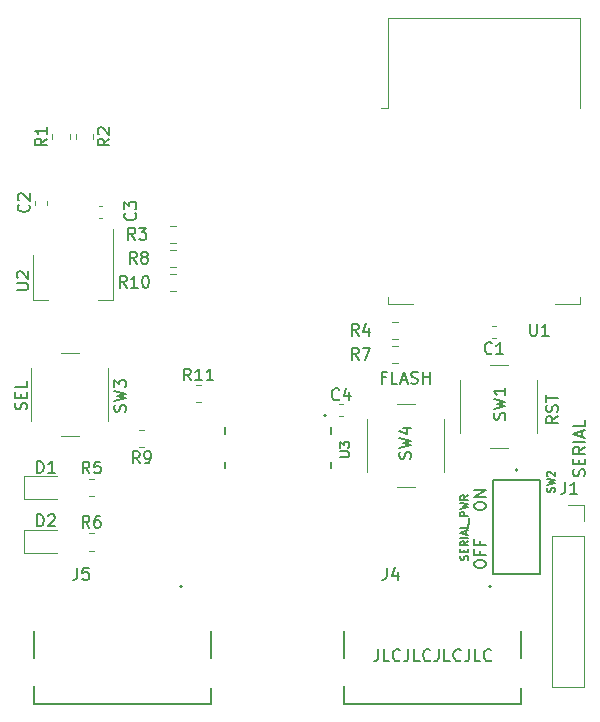
<source format=gbr>
%TF.GenerationSoftware,KiCad,Pcbnew,(6.0.10-0)*%
%TF.CreationDate,2022-12-29T22:01:02-08:00*%
%TF.ProjectId,HDMI-MUX,48444d49-2d4d-4555-982e-6b696361645f,rev?*%
%TF.SameCoordinates,Original*%
%TF.FileFunction,Legend,Top*%
%TF.FilePolarity,Positive*%
%FSLAX46Y46*%
G04 Gerber Fmt 4.6, Leading zero omitted, Abs format (unit mm)*
G04 Created by KiCad (PCBNEW (6.0.10-0)) date 2022-12-29 22:01:02*
%MOMM*%
%LPD*%
G01*
G04 APERTURE LIST*
%ADD10C,0.200000*%
%ADD11C,0.150000*%
%ADD12C,0.120000*%
%ADD13C,0.127000*%
G04 APERTURE END LIST*
D10*
X62190380Y-53451047D02*
X62190380Y-53260571D01*
X62238000Y-53165333D01*
X62333238Y-53070095D01*
X62523714Y-53022476D01*
X62857047Y-53022476D01*
X63047523Y-53070095D01*
X63142761Y-53165333D01*
X63190380Y-53260571D01*
X63190380Y-53451047D01*
X63142761Y-53546285D01*
X63047523Y-53641523D01*
X62857047Y-53689142D01*
X62523714Y-53689142D01*
X62333238Y-53641523D01*
X62238000Y-53546285D01*
X62190380Y-53451047D01*
X63190380Y-52593904D02*
X62190380Y-52593904D01*
X63190380Y-52022476D01*
X62190380Y-52022476D01*
X54054952Y-65492380D02*
X54054952Y-66206666D01*
X54007333Y-66349523D01*
X53912095Y-66444761D01*
X53769238Y-66492380D01*
X53674000Y-66492380D01*
X55007333Y-66492380D02*
X54531142Y-66492380D01*
X54531142Y-65492380D01*
X55912095Y-66397142D02*
X55864476Y-66444761D01*
X55721619Y-66492380D01*
X55626380Y-66492380D01*
X55483523Y-66444761D01*
X55388285Y-66349523D01*
X55340666Y-66254285D01*
X55293047Y-66063809D01*
X55293047Y-65920952D01*
X55340666Y-65730476D01*
X55388285Y-65635238D01*
X55483523Y-65540000D01*
X55626380Y-65492380D01*
X55721619Y-65492380D01*
X55864476Y-65540000D01*
X55912095Y-65587619D01*
X56626380Y-65492380D02*
X56626380Y-66206666D01*
X56578761Y-66349523D01*
X56483523Y-66444761D01*
X56340666Y-66492380D01*
X56245428Y-66492380D01*
X57578761Y-66492380D02*
X57102571Y-66492380D01*
X57102571Y-65492380D01*
X58483523Y-66397142D02*
X58435904Y-66444761D01*
X58293047Y-66492380D01*
X58197809Y-66492380D01*
X58054952Y-66444761D01*
X57959714Y-66349523D01*
X57912095Y-66254285D01*
X57864476Y-66063809D01*
X57864476Y-65920952D01*
X57912095Y-65730476D01*
X57959714Y-65635238D01*
X58054952Y-65540000D01*
X58197809Y-65492380D01*
X58293047Y-65492380D01*
X58435904Y-65540000D01*
X58483523Y-65587619D01*
X59197809Y-65492380D02*
X59197809Y-66206666D01*
X59150190Y-66349523D01*
X59054952Y-66444761D01*
X58912095Y-66492380D01*
X58816857Y-66492380D01*
X60150190Y-66492380D02*
X59674000Y-66492380D01*
X59674000Y-65492380D01*
X61054952Y-66397142D02*
X61007333Y-66444761D01*
X60864476Y-66492380D01*
X60769238Y-66492380D01*
X60626380Y-66444761D01*
X60531142Y-66349523D01*
X60483523Y-66254285D01*
X60435904Y-66063809D01*
X60435904Y-65920952D01*
X60483523Y-65730476D01*
X60531142Y-65635238D01*
X60626380Y-65540000D01*
X60769238Y-65492380D01*
X60864476Y-65492380D01*
X61007333Y-65540000D01*
X61054952Y-65587619D01*
X61769238Y-65492380D02*
X61769238Y-66206666D01*
X61721619Y-66349523D01*
X61626380Y-66444761D01*
X61483523Y-66492380D01*
X61388285Y-66492380D01*
X62721619Y-66492380D02*
X62245428Y-66492380D01*
X62245428Y-65492380D01*
X63626380Y-66397142D02*
X63578761Y-66444761D01*
X63435904Y-66492380D01*
X63340666Y-66492380D01*
X63197809Y-66444761D01*
X63102571Y-66349523D01*
X63054952Y-66254285D01*
X63007333Y-66063809D01*
X63007333Y-65920952D01*
X63054952Y-65730476D01*
X63102571Y-65635238D01*
X63197809Y-65540000D01*
X63340666Y-65492380D01*
X63435904Y-65492380D01*
X63578761Y-65540000D01*
X63626380Y-65587619D01*
X62190380Y-58356380D02*
X62190380Y-58165904D01*
X62238000Y-58070666D01*
X62333238Y-57975428D01*
X62523714Y-57927809D01*
X62857047Y-57927809D01*
X63047523Y-57975428D01*
X63142761Y-58070666D01*
X63190380Y-58165904D01*
X63190380Y-58356380D01*
X63142761Y-58451619D01*
X63047523Y-58546857D01*
X62857047Y-58594476D01*
X62523714Y-58594476D01*
X62333238Y-58546857D01*
X62238000Y-58451619D01*
X62190380Y-58356380D01*
X62666571Y-57165904D02*
X62666571Y-57499238D01*
X63190380Y-57499238D02*
X62190380Y-57499238D01*
X62190380Y-57023047D01*
X62666571Y-56308761D02*
X62666571Y-56642095D01*
X63190380Y-56642095D02*
X62190380Y-56642095D01*
X62190380Y-56165904D01*
D11*
%TO.C,C3*%
X33480392Y-28559916D02*
X33528011Y-28607535D01*
X33575630Y-28750392D01*
X33575630Y-28845630D01*
X33528011Y-28988488D01*
X33432773Y-29083726D01*
X33337535Y-29131345D01*
X33147059Y-29178964D01*
X33004202Y-29178964D01*
X32813726Y-29131345D01*
X32718488Y-29083726D01*
X32623250Y-28988488D01*
X32575630Y-28845630D01*
X32575630Y-28750392D01*
X32623250Y-28607535D01*
X32670869Y-28559916D01*
X32575630Y-28226583D02*
X32575630Y-27607535D01*
X32956583Y-27940869D01*
X32956583Y-27798011D01*
X33004202Y-27702773D01*
X33051821Y-27655154D01*
X33147059Y-27607535D01*
X33385154Y-27607535D01*
X33480392Y-27655154D01*
X33528011Y-27702773D01*
X33575630Y-27798011D01*
X33575630Y-28083726D01*
X33528011Y-28178964D01*
X33480392Y-28226583D01*
%TO.C,C2*%
X24464392Y-27847916D02*
X24512011Y-27895535D01*
X24559630Y-28038392D01*
X24559630Y-28133630D01*
X24512011Y-28276488D01*
X24416773Y-28371726D01*
X24321535Y-28419345D01*
X24131059Y-28466964D01*
X23988202Y-28466964D01*
X23797726Y-28419345D01*
X23702488Y-28371726D01*
X23607250Y-28276488D01*
X23559630Y-28133630D01*
X23559630Y-28038392D01*
X23607250Y-27895535D01*
X23654869Y-27847916D01*
X23654869Y-27466964D02*
X23607250Y-27419345D01*
X23559630Y-27324107D01*
X23559630Y-27086011D01*
X23607250Y-26990773D01*
X23654869Y-26943154D01*
X23750107Y-26895535D01*
X23845345Y-26895535D01*
X23988202Y-26943154D01*
X24559630Y-27514583D01*
X24559630Y-26895535D01*
%TO.C,R1*%
X25999630Y-22257916D02*
X25523440Y-22591250D01*
X25999630Y-22829345D02*
X24999630Y-22829345D01*
X24999630Y-22448392D01*
X25047250Y-22353154D01*
X25094869Y-22305535D01*
X25190107Y-22257916D01*
X25332964Y-22257916D01*
X25428202Y-22305535D01*
X25475821Y-22353154D01*
X25523440Y-22448392D01*
X25523440Y-22829345D01*
X25999630Y-21305535D02*
X25999630Y-21876964D01*
X25999630Y-21591250D02*
X24999630Y-21591250D01*
X25142488Y-21686488D01*
X25237726Y-21781726D01*
X25285345Y-21876964D01*
%TO.C,R2*%
X31309630Y-22247916D02*
X30833440Y-22581250D01*
X31309630Y-22819345D02*
X30309630Y-22819345D01*
X30309630Y-22438392D01*
X30357250Y-22343154D01*
X30404869Y-22295535D01*
X30500107Y-22247916D01*
X30642964Y-22247916D01*
X30738202Y-22295535D01*
X30785821Y-22343154D01*
X30833440Y-22438392D01*
X30833440Y-22819345D01*
X30404869Y-21866964D02*
X30357250Y-21819345D01*
X30309630Y-21724107D01*
X30309630Y-21486011D01*
X30357250Y-21390773D01*
X30404869Y-21343154D01*
X30500107Y-21295535D01*
X30595345Y-21295535D01*
X30738202Y-21343154D01*
X31309630Y-21914583D01*
X31309630Y-21295535D01*
%TO.C,U2*%
X23455380Y-35051904D02*
X24264904Y-35051904D01*
X24360142Y-35004285D01*
X24407761Y-34956666D01*
X24455380Y-34861428D01*
X24455380Y-34670952D01*
X24407761Y-34575714D01*
X24360142Y-34528095D01*
X24264904Y-34480476D01*
X23455380Y-34480476D01*
X23550619Y-34051904D02*
X23503000Y-34004285D01*
X23455380Y-33909047D01*
X23455380Y-33670952D01*
X23503000Y-33575714D01*
X23550619Y-33528095D01*
X23645857Y-33480476D01*
X23741095Y-33480476D01*
X23883952Y-33528095D01*
X24455380Y-34099523D01*
X24455380Y-33480476D01*
%TO.C,D2*%
X25168654Y-55070380D02*
X25168654Y-54070380D01*
X25406750Y-54070380D01*
X25549607Y-54118000D01*
X25644845Y-54213238D01*
X25692464Y-54308476D01*
X25740083Y-54498952D01*
X25740083Y-54641809D01*
X25692464Y-54832285D01*
X25644845Y-54927523D01*
X25549607Y-55022761D01*
X25406750Y-55070380D01*
X25168654Y-55070380D01*
X26121035Y-54165619D02*
X26168654Y-54118000D01*
X26263892Y-54070380D01*
X26501988Y-54070380D01*
X26597226Y-54118000D01*
X26644845Y-54165619D01*
X26692464Y-54260857D01*
X26692464Y-54356095D01*
X26644845Y-54498952D01*
X26073416Y-55070380D01*
X26692464Y-55070380D01*
%TO.C,D1*%
X25168654Y-50550380D02*
X25168654Y-49550380D01*
X25406750Y-49550380D01*
X25549607Y-49598000D01*
X25644845Y-49693238D01*
X25692464Y-49788476D01*
X25740083Y-49978952D01*
X25740083Y-50121809D01*
X25692464Y-50312285D01*
X25644845Y-50407523D01*
X25549607Y-50502761D01*
X25406750Y-50550380D01*
X25168654Y-50550380D01*
X26692464Y-50550380D02*
X26121035Y-50550380D01*
X26406750Y-50550380D02*
X26406750Y-49550380D01*
X26311511Y-49693238D01*
X26216273Y-49788476D01*
X26121035Y-49836095D01*
%TO.C,R6*%
X29618833Y-55190380D02*
X29285500Y-54714190D01*
X29047404Y-55190380D02*
X29047404Y-54190380D01*
X29428357Y-54190380D01*
X29523595Y-54238000D01*
X29571214Y-54285619D01*
X29618833Y-54380857D01*
X29618833Y-54523714D01*
X29571214Y-54618952D01*
X29523595Y-54666571D01*
X29428357Y-54714190D01*
X29047404Y-54714190D01*
X30475976Y-54190380D02*
X30285500Y-54190380D01*
X30190261Y-54238000D01*
X30142642Y-54285619D01*
X30047404Y-54428476D01*
X29999785Y-54618952D01*
X29999785Y-54999904D01*
X30047404Y-55095142D01*
X30095023Y-55142761D01*
X30190261Y-55190380D01*
X30380738Y-55190380D01*
X30475976Y-55142761D01*
X30523595Y-55095142D01*
X30571214Y-54999904D01*
X30571214Y-54761809D01*
X30523595Y-54666571D01*
X30475976Y-54618952D01*
X30380738Y-54571333D01*
X30190261Y-54571333D01*
X30095023Y-54618952D01*
X30047404Y-54666571D01*
X29999785Y-54761809D01*
%TO.C,R5*%
X29618833Y-50590380D02*
X29285500Y-50114190D01*
X29047404Y-50590380D02*
X29047404Y-49590380D01*
X29428357Y-49590380D01*
X29523595Y-49638000D01*
X29571214Y-49685619D01*
X29618833Y-49780857D01*
X29618833Y-49923714D01*
X29571214Y-50018952D01*
X29523595Y-50066571D01*
X29428357Y-50114190D01*
X29047404Y-50114190D01*
X30523595Y-49590380D02*
X30047404Y-49590380D01*
X29999785Y-50066571D01*
X30047404Y-50018952D01*
X30142642Y-49971333D01*
X30380738Y-49971333D01*
X30475976Y-50018952D01*
X30523595Y-50066571D01*
X30571214Y-50161809D01*
X30571214Y-50399904D01*
X30523595Y-50495142D01*
X30475976Y-50542761D01*
X30380738Y-50590380D01*
X30142642Y-50590380D01*
X30047404Y-50542761D01*
X29999785Y-50495142D01*
%TO.C,U3*%
X50825154Y-49174023D02*
X51472773Y-49174023D01*
X51548964Y-49135928D01*
X51587059Y-49097833D01*
X51625154Y-49021642D01*
X51625154Y-48869261D01*
X51587059Y-48793071D01*
X51548964Y-48754976D01*
X51472773Y-48716880D01*
X50825154Y-48716880D01*
X50825154Y-48412119D02*
X50825154Y-47916880D01*
X51129916Y-48183547D01*
X51129916Y-48069261D01*
X51168011Y-47993071D01*
X51206107Y-47954976D01*
X51282297Y-47916880D01*
X51472773Y-47916880D01*
X51548964Y-47954976D01*
X51587059Y-47993071D01*
X51625154Y-48069261D01*
X51625154Y-48297833D01*
X51587059Y-48374023D01*
X51548964Y-48412119D01*
%TO.C,J5*%
X28597666Y-58589380D02*
X28597666Y-59303666D01*
X28550047Y-59446523D01*
X28454809Y-59541761D01*
X28311952Y-59589380D01*
X28216714Y-59589380D01*
X29550047Y-58589380D02*
X29073857Y-58589380D01*
X29026238Y-59065571D01*
X29073857Y-59017952D01*
X29169095Y-58970333D01*
X29407190Y-58970333D01*
X29502428Y-59017952D01*
X29550047Y-59065571D01*
X29597666Y-59160809D01*
X29597666Y-59398904D01*
X29550047Y-59494142D01*
X29502428Y-59541761D01*
X29407190Y-59589380D01*
X29169095Y-59589380D01*
X29073857Y-59541761D01*
X29026238Y-59494142D01*
%TO.C,J4*%
X54797666Y-58589380D02*
X54797666Y-59303666D01*
X54750047Y-59446523D01*
X54654809Y-59541761D01*
X54511952Y-59589380D01*
X54416714Y-59589380D01*
X55702428Y-58922714D02*
X55702428Y-59589380D01*
X55464333Y-58541761D02*
X55226238Y-59256047D01*
X55845285Y-59256047D01*
%TO.C,R10*%
X32758142Y-34869380D02*
X32424809Y-34393190D01*
X32186714Y-34869380D02*
X32186714Y-33869380D01*
X32567666Y-33869380D01*
X32662904Y-33917000D01*
X32710523Y-33964619D01*
X32758142Y-34059857D01*
X32758142Y-34202714D01*
X32710523Y-34297952D01*
X32662904Y-34345571D01*
X32567666Y-34393190D01*
X32186714Y-34393190D01*
X33710523Y-34869380D02*
X33139095Y-34869380D01*
X33424809Y-34869380D02*
X33424809Y-33869380D01*
X33329571Y-34012238D01*
X33234333Y-34107476D01*
X33139095Y-34155095D01*
X34329571Y-33869380D02*
X34424809Y-33869380D01*
X34520047Y-33917000D01*
X34567666Y-33964619D01*
X34615285Y-34059857D01*
X34662904Y-34250333D01*
X34662904Y-34488428D01*
X34615285Y-34678904D01*
X34567666Y-34774142D01*
X34520047Y-34821761D01*
X34424809Y-34869380D01*
X34329571Y-34869380D01*
X34234333Y-34821761D01*
X34186714Y-34774142D01*
X34139095Y-34678904D01*
X34091476Y-34488428D01*
X34091476Y-34250333D01*
X34139095Y-34059857D01*
X34186714Y-33964619D01*
X34234333Y-33917000D01*
X34329571Y-33869380D01*
%TO.C,R7*%
X52411333Y-40965380D02*
X52078000Y-40489190D01*
X51839904Y-40965380D02*
X51839904Y-39965380D01*
X52220857Y-39965380D01*
X52316095Y-40013000D01*
X52363714Y-40060619D01*
X52411333Y-40155857D01*
X52411333Y-40298714D01*
X52363714Y-40393952D01*
X52316095Y-40441571D01*
X52220857Y-40489190D01*
X51839904Y-40489190D01*
X52744666Y-39965380D02*
X53411333Y-39965380D01*
X52982761Y-40965380D01*
%TO.C,C4*%
X50756583Y-44309142D02*
X50708964Y-44356761D01*
X50566107Y-44404380D01*
X50470869Y-44404380D01*
X50328011Y-44356761D01*
X50232773Y-44261523D01*
X50185154Y-44166285D01*
X50137535Y-43975809D01*
X50137535Y-43832952D01*
X50185154Y-43642476D01*
X50232773Y-43547238D01*
X50328011Y-43452000D01*
X50470869Y-43404380D01*
X50566107Y-43404380D01*
X50708964Y-43452000D01*
X50756583Y-43499619D01*
X51613726Y-43737714D02*
X51613726Y-44404380D01*
X51375630Y-43356761D02*
X51137535Y-44071047D01*
X51756583Y-44071047D01*
%TO.C,R9*%
X33869333Y-49728380D02*
X33536000Y-49252190D01*
X33297904Y-49728380D02*
X33297904Y-48728380D01*
X33678857Y-48728380D01*
X33774095Y-48776000D01*
X33821714Y-48823619D01*
X33869333Y-48918857D01*
X33869333Y-49061714D01*
X33821714Y-49156952D01*
X33774095Y-49204571D01*
X33678857Y-49252190D01*
X33297904Y-49252190D01*
X34345523Y-49728380D02*
X34536000Y-49728380D01*
X34631238Y-49680761D01*
X34678857Y-49633142D01*
X34774095Y-49490285D01*
X34821714Y-49299809D01*
X34821714Y-48918857D01*
X34774095Y-48823619D01*
X34726476Y-48776000D01*
X34631238Y-48728380D01*
X34440761Y-48728380D01*
X34345523Y-48776000D01*
X34297904Y-48823619D01*
X34250285Y-48918857D01*
X34250285Y-49156952D01*
X34297904Y-49252190D01*
X34345523Y-49299809D01*
X34440761Y-49347428D01*
X34631238Y-49347428D01*
X34726476Y-49299809D01*
X34774095Y-49252190D01*
X34821714Y-49156952D01*
%TO.C,C1*%
X63687833Y-40395142D02*
X63640214Y-40442761D01*
X63497357Y-40490380D01*
X63402119Y-40490380D01*
X63259261Y-40442761D01*
X63164023Y-40347523D01*
X63116404Y-40252285D01*
X63068785Y-40061809D01*
X63068785Y-39918952D01*
X63116404Y-39728476D01*
X63164023Y-39633238D01*
X63259261Y-39538000D01*
X63402119Y-39490380D01*
X63497357Y-39490380D01*
X63640214Y-39538000D01*
X63687833Y-39585619D01*
X64640214Y-40490380D02*
X64068785Y-40490380D01*
X64354500Y-40490380D02*
X64354500Y-39490380D01*
X64259261Y-39633238D01*
X64164023Y-39728476D01*
X64068785Y-39776095D01*
%TO.C,R11*%
X38209142Y-42717380D02*
X37875809Y-42241190D01*
X37637714Y-42717380D02*
X37637714Y-41717380D01*
X38018666Y-41717380D01*
X38113904Y-41765000D01*
X38161523Y-41812619D01*
X38209142Y-41907857D01*
X38209142Y-42050714D01*
X38161523Y-42145952D01*
X38113904Y-42193571D01*
X38018666Y-42241190D01*
X37637714Y-42241190D01*
X39161523Y-42717380D02*
X38590095Y-42717380D01*
X38875809Y-42717380D02*
X38875809Y-41717380D01*
X38780571Y-41860238D01*
X38685333Y-41955476D01*
X38590095Y-42003095D01*
X40113904Y-42717380D02*
X39542476Y-42717380D01*
X39828190Y-42717380D02*
X39828190Y-41717380D01*
X39732952Y-41860238D01*
X39637714Y-41955476D01*
X39542476Y-42003095D01*
%TO.C,J1*%
X69897666Y-51317380D02*
X69897666Y-52031666D01*
X69850047Y-52174523D01*
X69754809Y-52269761D01*
X69611952Y-52317380D01*
X69516714Y-52317380D01*
X70897666Y-52317380D02*
X70326238Y-52317380D01*
X70611952Y-52317380D02*
X70611952Y-51317380D01*
X70516714Y-51460238D01*
X70421476Y-51555476D01*
X70326238Y-51603095D01*
X71524761Y-50823523D02*
X71572380Y-50680666D01*
X71572380Y-50442571D01*
X71524761Y-50347333D01*
X71477142Y-50299714D01*
X71381904Y-50252095D01*
X71286666Y-50252095D01*
X71191428Y-50299714D01*
X71143809Y-50347333D01*
X71096190Y-50442571D01*
X71048571Y-50633047D01*
X71000952Y-50728285D01*
X70953333Y-50775904D01*
X70858095Y-50823523D01*
X70762857Y-50823523D01*
X70667619Y-50775904D01*
X70620000Y-50728285D01*
X70572380Y-50633047D01*
X70572380Y-50394952D01*
X70620000Y-50252095D01*
X71048571Y-49823523D02*
X71048571Y-49490190D01*
X71572380Y-49347333D02*
X71572380Y-49823523D01*
X70572380Y-49823523D01*
X70572380Y-49347333D01*
X71572380Y-48347333D02*
X71096190Y-48680666D01*
X71572380Y-48918761D02*
X70572380Y-48918761D01*
X70572380Y-48537809D01*
X70620000Y-48442571D01*
X70667619Y-48394952D01*
X70762857Y-48347333D01*
X70905714Y-48347333D01*
X71000952Y-48394952D01*
X71048571Y-48442571D01*
X71096190Y-48537809D01*
X71096190Y-48918761D01*
X71572380Y-47918761D02*
X70572380Y-47918761D01*
X71286666Y-47490190D02*
X71286666Y-47014000D01*
X71572380Y-47585428D02*
X70572380Y-47252095D01*
X71572380Y-46918761D01*
X71572380Y-46109238D02*
X71572380Y-46585428D01*
X70572380Y-46585428D01*
%TO.C,SW1*%
X64793761Y-46037333D02*
X64841380Y-45894476D01*
X64841380Y-45656380D01*
X64793761Y-45561142D01*
X64746142Y-45513523D01*
X64650904Y-45465904D01*
X64555666Y-45465904D01*
X64460428Y-45513523D01*
X64412809Y-45561142D01*
X64365190Y-45656380D01*
X64317571Y-45846857D01*
X64269952Y-45942095D01*
X64222333Y-45989714D01*
X64127095Y-46037333D01*
X64031857Y-46037333D01*
X63936619Y-45989714D01*
X63889000Y-45942095D01*
X63841380Y-45846857D01*
X63841380Y-45608761D01*
X63889000Y-45465904D01*
X63841380Y-45132571D02*
X64841380Y-44894476D01*
X64127095Y-44704000D01*
X64841380Y-44513523D01*
X63841380Y-44275428D01*
X64841380Y-43370666D02*
X64841380Y-43942095D01*
X64841380Y-43656380D02*
X63841380Y-43656380D01*
X63984238Y-43751619D01*
X64079476Y-43846857D01*
X64127095Y-43942095D01*
X69286380Y-45759619D02*
X68810190Y-46092952D01*
X69286380Y-46331047D02*
X68286380Y-46331047D01*
X68286380Y-45950095D01*
X68334000Y-45854857D01*
X68381619Y-45807238D01*
X68476857Y-45759619D01*
X68619714Y-45759619D01*
X68714952Y-45807238D01*
X68762571Y-45854857D01*
X68810190Y-45950095D01*
X68810190Y-46331047D01*
X69238761Y-45378666D02*
X69286380Y-45235809D01*
X69286380Y-44997714D01*
X69238761Y-44902476D01*
X69191142Y-44854857D01*
X69095904Y-44807238D01*
X69000666Y-44807238D01*
X68905428Y-44854857D01*
X68857809Y-44902476D01*
X68810190Y-44997714D01*
X68762571Y-45188190D01*
X68714952Y-45283428D01*
X68667333Y-45331047D01*
X68572095Y-45378666D01*
X68476857Y-45378666D01*
X68381619Y-45331047D01*
X68334000Y-45283428D01*
X68286380Y-45188190D01*
X68286380Y-44950095D01*
X68334000Y-44807238D01*
X68286380Y-44521523D02*
X68286380Y-43950095D01*
X69286380Y-44235809D02*
X68286380Y-44235809D01*
%TO.C,SW3*%
X32651011Y-45359333D02*
X32698630Y-45216476D01*
X32698630Y-44978380D01*
X32651011Y-44883142D01*
X32603392Y-44835523D01*
X32508154Y-44787904D01*
X32412916Y-44787904D01*
X32317678Y-44835523D01*
X32270059Y-44883142D01*
X32222440Y-44978380D01*
X32174821Y-45168857D01*
X32127202Y-45264095D01*
X32079583Y-45311714D01*
X31984345Y-45359333D01*
X31889107Y-45359333D01*
X31793869Y-45311714D01*
X31746250Y-45264095D01*
X31698630Y-45168857D01*
X31698630Y-44930761D01*
X31746250Y-44787904D01*
X31698630Y-44454571D02*
X32698630Y-44216476D01*
X31984345Y-44026000D01*
X32698630Y-43835523D01*
X31698630Y-43597428D01*
X31698630Y-43311714D02*
X31698630Y-42692666D01*
X32079583Y-43026000D01*
X32079583Y-42883142D01*
X32127202Y-42787904D01*
X32174821Y-42740285D01*
X32270059Y-42692666D01*
X32508154Y-42692666D01*
X32603392Y-42740285D01*
X32651011Y-42787904D01*
X32698630Y-42883142D01*
X32698630Y-43168857D01*
X32651011Y-43264095D01*
X32603392Y-43311714D01*
X24280761Y-45168857D02*
X24328380Y-45026000D01*
X24328380Y-44787904D01*
X24280761Y-44692666D01*
X24233142Y-44645047D01*
X24137904Y-44597428D01*
X24042666Y-44597428D01*
X23947428Y-44645047D01*
X23899809Y-44692666D01*
X23852190Y-44787904D01*
X23804571Y-44978380D01*
X23756952Y-45073619D01*
X23709333Y-45121238D01*
X23614095Y-45168857D01*
X23518857Y-45168857D01*
X23423619Y-45121238D01*
X23376000Y-45073619D01*
X23328380Y-44978380D01*
X23328380Y-44740285D01*
X23376000Y-44597428D01*
X23804571Y-44168857D02*
X23804571Y-43835523D01*
X24328380Y-43692666D02*
X24328380Y-44168857D01*
X23328380Y-44168857D01*
X23328380Y-43692666D01*
X24328380Y-42787904D02*
X24328380Y-43264095D01*
X23328380Y-43264095D01*
%TO.C,R3*%
X33488333Y-30805380D02*
X33155000Y-30329190D01*
X32916904Y-30805380D02*
X32916904Y-29805380D01*
X33297857Y-29805380D01*
X33393095Y-29853000D01*
X33440714Y-29900619D01*
X33488333Y-29995857D01*
X33488333Y-30138714D01*
X33440714Y-30233952D01*
X33393095Y-30281571D01*
X33297857Y-30329190D01*
X32916904Y-30329190D01*
X33821666Y-29805380D02*
X34440714Y-29805380D01*
X34107380Y-30186333D01*
X34250238Y-30186333D01*
X34345476Y-30233952D01*
X34393095Y-30281571D01*
X34440714Y-30376809D01*
X34440714Y-30614904D01*
X34393095Y-30710142D01*
X34345476Y-30757761D01*
X34250238Y-30805380D01*
X33964523Y-30805380D01*
X33869285Y-30757761D01*
X33821666Y-30710142D01*
%TO.C,R8*%
X33615333Y-32837380D02*
X33282000Y-32361190D01*
X33043904Y-32837380D02*
X33043904Y-31837380D01*
X33424857Y-31837380D01*
X33520095Y-31885000D01*
X33567714Y-31932619D01*
X33615333Y-32027857D01*
X33615333Y-32170714D01*
X33567714Y-32265952D01*
X33520095Y-32313571D01*
X33424857Y-32361190D01*
X33043904Y-32361190D01*
X34186761Y-32265952D02*
X34091523Y-32218333D01*
X34043904Y-32170714D01*
X33996285Y-32075476D01*
X33996285Y-32027857D01*
X34043904Y-31932619D01*
X34091523Y-31885000D01*
X34186761Y-31837380D01*
X34377238Y-31837380D01*
X34472476Y-31885000D01*
X34520095Y-31932619D01*
X34567714Y-32027857D01*
X34567714Y-32075476D01*
X34520095Y-32170714D01*
X34472476Y-32218333D01*
X34377238Y-32265952D01*
X34186761Y-32265952D01*
X34091523Y-32313571D01*
X34043904Y-32361190D01*
X33996285Y-32456428D01*
X33996285Y-32646904D01*
X34043904Y-32742142D01*
X34091523Y-32789761D01*
X34186761Y-32837380D01*
X34377238Y-32837380D01*
X34472476Y-32789761D01*
X34520095Y-32742142D01*
X34567714Y-32646904D01*
X34567714Y-32456428D01*
X34520095Y-32361190D01*
X34472476Y-32313571D01*
X34377238Y-32265952D01*
%TO.C,R4*%
X52411333Y-38933380D02*
X52078000Y-38457190D01*
X51839904Y-38933380D02*
X51839904Y-37933380D01*
X52220857Y-37933380D01*
X52316095Y-37981000D01*
X52363714Y-38028619D01*
X52411333Y-38123857D01*
X52411333Y-38266714D01*
X52363714Y-38361952D01*
X52316095Y-38409571D01*
X52220857Y-38457190D01*
X51839904Y-38457190D01*
X53268476Y-38266714D02*
X53268476Y-38933380D01*
X53030380Y-37885761D02*
X52792285Y-38600047D01*
X53411333Y-38600047D01*
%TO.C,U1*%
X66929095Y-37933380D02*
X66929095Y-38742904D01*
X66976714Y-38838142D01*
X67024333Y-38885761D01*
X67119571Y-38933380D01*
X67310047Y-38933380D01*
X67405285Y-38885761D01*
X67452904Y-38838142D01*
X67500523Y-38742904D01*
X67500523Y-37933380D01*
X68500523Y-38933380D02*
X67929095Y-38933380D01*
X68214809Y-38933380D02*
X68214809Y-37933380D01*
X68119571Y-38076238D01*
X68024333Y-38171476D01*
X67929095Y-38219095D01*
%TO.C,SW2*%
X68966047Y-52161333D02*
X68996523Y-52069904D01*
X68996523Y-51917523D01*
X68966047Y-51856571D01*
X68935571Y-51826095D01*
X68874619Y-51795619D01*
X68813666Y-51795619D01*
X68752714Y-51826095D01*
X68722238Y-51856571D01*
X68691761Y-51917523D01*
X68661285Y-52039428D01*
X68630809Y-52100380D01*
X68600333Y-52130857D01*
X68539380Y-52161333D01*
X68478428Y-52161333D01*
X68417476Y-52130857D01*
X68387000Y-52100380D01*
X68356523Y-52039428D01*
X68356523Y-51887047D01*
X68387000Y-51795619D01*
X68356523Y-51582285D02*
X68996523Y-51429904D01*
X68539380Y-51308000D01*
X68996523Y-51186095D01*
X68356523Y-51033714D01*
X68417476Y-50820380D02*
X68387000Y-50789904D01*
X68356523Y-50728952D01*
X68356523Y-50576571D01*
X68387000Y-50515619D01*
X68417476Y-50485142D01*
X68478428Y-50454666D01*
X68539380Y-50454666D01*
X68630809Y-50485142D01*
X68996523Y-50850857D01*
X68996523Y-50454666D01*
X61641047Y-57916119D02*
X61671523Y-57824690D01*
X61671523Y-57672309D01*
X61641047Y-57611357D01*
X61610571Y-57580880D01*
X61549619Y-57550404D01*
X61488666Y-57550404D01*
X61427714Y-57580880D01*
X61397238Y-57611357D01*
X61366761Y-57672309D01*
X61336285Y-57794214D01*
X61305809Y-57855166D01*
X61275333Y-57885642D01*
X61214380Y-57916119D01*
X61153428Y-57916119D01*
X61092476Y-57885642D01*
X61062000Y-57855166D01*
X61031523Y-57794214D01*
X61031523Y-57641833D01*
X61062000Y-57550404D01*
X61336285Y-57276119D02*
X61336285Y-57062785D01*
X61671523Y-56971357D02*
X61671523Y-57276119D01*
X61031523Y-57276119D01*
X61031523Y-56971357D01*
X61671523Y-56331357D02*
X61366761Y-56544690D01*
X61671523Y-56697071D02*
X61031523Y-56697071D01*
X61031523Y-56453261D01*
X61062000Y-56392309D01*
X61092476Y-56361833D01*
X61153428Y-56331357D01*
X61244857Y-56331357D01*
X61305809Y-56361833D01*
X61336285Y-56392309D01*
X61366761Y-56453261D01*
X61366761Y-56697071D01*
X61671523Y-56057071D02*
X61031523Y-56057071D01*
X61488666Y-55782785D02*
X61488666Y-55478023D01*
X61671523Y-55843738D02*
X61031523Y-55630404D01*
X61671523Y-55417071D01*
X61671523Y-54898976D02*
X61671523Y-55203738D01*
X61031523Y-55203738D01*
X61732476Y-54838023D02*
X61732476Y-54350404D01*
X61671523Y-54198023D02*
X61031523Y-54198023D01*
X61031523Y-53954214D01*
X61062000Y-53893261D01*
X61092476Y-53862785D01*
X61153428Y-53832309D01*
X61244857Y-53832309D01*
X61305809Y-53862785D01*
X61336285Y-53893261D01*
X61366761Y-53954214D01*
X61366761Y-54198023D01*
X61031523Y-53618976D02*
X61671523Y-53466595D01*
X61214380Y-53344690D01*
X61671523Y-53222785D01*
X61031523Y-53070404D01*
X61671523Y-52460880D02*
X61366761Y-52674214D01*
X61671523Y-52826595D02*
X61031523Y-52826595D01*
X61031523Y-52582785D01*
X61062000Y-52521833D01*
X61092476Y-52491357D01*
X61153428Y-52460880D01*
X61244857Y-52460880D01*
X61305809Y-52491357D01*
X61336285Y-52521833D01*
X61366761Y-52582785D01*
X61366761Y-52826595D01*
%TO.C,SW4*%
X56792761Y-49339333D02*
X56840380Y-49196476D01*
X56840380Y-48958380D01*
X56792761Y-48863142D01*
X56745142Y-48815523D01*
X56649904Y-48767904D01*
X56554666Y-48767904D01*
X56459428Y-48815523D01*
X56411809Y-48863142D01*
X56364190Y-48958380D01*
X56316571Y-49148857D01*
X56268952Y-49244095D01*
X56221333Y-49291714D01*
X56126095Y-49339333D01*
X56030857Y-49339333D01*
X55935619Y-49291714D01*
X55888000Y-49244095D01*
X55840380Y-49148857D01*
X55840380Y-48910761D01*
X55888000Y-48767904D01*
X55840380Y-48434571D02*
X56840380Y-48196476D01*
X56126095Y-48006000D01*
X56840380Y-47815523D01*
X55840380Y-47577428D01*
X56173714Y-46767904D02*
X56840380Y-46767904D01*
X55792761Y-47006000D02*
X56507047Y-47244095D01*
X56507047Y-46625047D01*
X54697523Y-42473571D02*
X54364190Y-42473571D01*
X54364190Y-42997380D02*
X54364190Y-41997380D01*
X54840380Y-41997380D01*
X55697523Y-42997380D02*
X55221333Y-42997380D01*
X55221333Y-41997380D01*
X55983238Y-42711666D02*
X56459428Y-42711666D01*
X55888000Y-42997380D02*
X56221333Y-41997380D01*
X56554666Y-42997380D01*
X56840380Y-42949761D02*
X56983238Y-42997380D01*
X57221333Y-42997380D01*
X57316571Y-42949761D01*
X57364190Y-42902142D01*
X57411809Y-42806904D01*
X57411809Y-42711666D01*
X57364190Y-42616428D01*
X57316571Y-42568809D01*
X57221333Y-42521190D01*
X57030857Y-42473571D01*
X56935619Y-42425952D01*
X56888000Y-42378333D01*
X56840380Y-42283095D01*
X56840380Y-42187857D01*
X56888000Y-42092619D01*
X56935619Y-42045000D01*
X57030857Y-41997380D01*
X57268952Y-41997380D01*
X57411809Y-42045000D01*
X57840380Y-42997380D02*
X57840380Y-41997380D01*
X57840380Y-42473571D02*
X58411809Y-42473571D01*
X58411809Y-42997380D02*
X58411809Y-41997380D01*
D12*
%TO.C,C3*%
X30390983Y-27981250D02*
X30683517Y-27981250D01*
X30390983Y-29001250D02*
X30683517Y-29001250D01*
%TO.C,C2*%
X26047250Y-27827517D02*
X26047250Y-27534983D01*
X25027250Y-27827517D02*
X25027250Y-27534983D01*
%TO.C,R1*%
X26482250Y-21864186D02*
X26482250Y-22318314D01*
X27952250Y-21864186D02*
X27952250Y-22318314D01*
%TO.C,R2*%
X29942250Y-21854186D02*
X29942250Y-22308314D01*
X28472250Y-21854186D02*
X28472250Y-22308314D01*
%TO.C,U2*%
X24817250Y-32131250D02*
X24817250Y-35891250D01*
X31637250Y-35891250D02*
X30377250Y-35891250D01*
X24817250Y-35891250D02*
X26077250Y-35891250D01*
X31637250Y-29881250D02*
X31637250Y-35891250D01*
%TO.C,D2*%
X24048000Y-55428000D02*
X24048000Y-57348000D01*
X24048000Y-57348000D02*
X26908000Y-57348000D01*
X26908000Y-55428000D02*
X24048000Y-55428000D01*
%TO.C,D1*%
X24045500Y-52748000D02*
X26905500Y-52748000D01*
X24045500Y-50828000D02*
X24045500Y-52748000D01*
X26905500Y-50828000D02*
X24045500Y-50828000D01*
%TO.C,R6*%
X29558436Y-57123000D02*
X30012564Y-57123000D01*
X29558436Y-55653000D02*
X30012564Y-55653000D01*
%TO.C,R5*%
X29558436Y-52523000D02*
X30012564Y-52523000D01*
X29558436Y-51053000D02*
X30012564Y-51053000D01*
D13*
%TO.C,U3*%
X41055250Y-50174500D02*
X41055250Y-49629500D01*
X50055250Y-50174500D02*
X50055250Y-49629500D01*
X41055250Y-46674500D02*
X41055250Y-47219500D01*
X50055250Y-46674500D02*
X50055250Y-47219500D01*
D10*
X49655250Y-45679500D02*
G75*
G03*
X49655250Y-45679500I-100000J0D01*
G01*
D13*
%TO.C,J5*%
X24946000Y-63942000D02*
X24946000Y-66202000D01*
X39946000Y-63942000D02*
X39946000Y-66202000D01*
X24946000Y-70122000D02*
X39946000Y-70122000D01*
X39946000Y-70122000D02*
X39946000Y-68722000D01*
X24946000Y-68622000D02*
X24946000Y-70122000D01*
D10*
X37446000Y-60172000D02*
G75*
G03*
X37446000Y-60172000I-100000J0D01*
G01*
D13*
%TO.C,J4*%
X66146000Y-63942000D02*
X66146000Y-66202000D01*
X66146000Y-70122000D02*
X66146000Y-68722000D01*
X51146000Y-63942000D02*
X51146000Y-66202000D01*
X51146000Y-70122000D02*
X66146000Y-70122000D01*
X51146000Y-68622000D02*
X51146000Y-70122000D01*
D10*
X63646000Y-60172000D02*
G75*
G03*
X63646000Y-60172000I-100000J0D01*
G01*
D12*
%TO.C,R10*%
X36930064Y-33682000D02*
X36475936Y-33682000D01*
X36930064Y-35152000D02*
X36475936Y-35152000D01*
%TO.C,R7*%
X55271936Y-41248000D02*
X55726064Y-41248000D01*
X55271936Y-39778000D02*
X55726064Y-39778000D01*
%TO.C,C4*%
X51073267Y-45722000D02*
X50780733Y-45722000D01*
X51073267Y-44702000D02*
X50780733Y-44702000D01*
%TO.C,R9*%
X34263064Y-46890000D02*
X33808936Y-46890000D01*
X34263064Y-48360000D02*
X33808936Y-48360000D01*
%TO.C,C1*%
X64000767Y-38098000D02*
X63708233Y-38098000D01*
X64000767Y-39118000D02*
X63708233Y-39118000D01*
%TO.C,R11*%
X39089064Y-43080000D02*
X38634936Y-43080000D01*
X39089064Y-44550000D02*
X38634936Y-44550000D01*
%TO.C,J1*%
X68799000Y-55905000D02*
X71459000Y-55905000D01*
X71459000Y-55905000D02*
X71459000Y-68665000D01*
X70129000Y-53305000D02*
X71459000Y-53305000D01*
X68799000Y-68665000D02*
X71459000Y-68665000D01*
X68799000Y-55905000D02*
X68799000Y-68665000D01*
X71459000Y-53305000D02*
X71459000Y-54635000D01*
%TO.C,SW1*%
X67512000Y-47208000D02*
X67512000Y-42708000D01*
X65012000Y-41458000D02*
X63512000Y-41458000D01*
X61012000Y-42708000D02*
X61012000Y-47208000D01*
X63512000Y-48458000D02*
X65012000Y-48458000D01*
%TO.C,SW3*%
X31190000Y-46192000D02*
X31190000Y-41692000D01*
X24690000Y-41692000D02*
X24690000Y-46192000D01*
X28690000Y-40442000D02*
X27190000Y-40442000D01*
X27190000Y-47442000D02*
X28690000Y-47442000D01*
%TO.C,R3*%
X36475936Y-31088000D02*
X36930064Y-31088000D01*
X36475936Y-29618000D02*
X36930064Y-29618000D01*
%TO.C,R8*%
X36930064Y-33120000D02*
X36475936Y-33120000D01*
X36930064Y-31650000D02*
X36475936Y-31650000D01*
%TO.C,R4*%
X55271936Y-39216000D02*
X55726064Y-39216000D01*
X55271936Y-37746000D02*
X55726064Y-37746000D01*
%TO.C,U1*%
X71112000Y-35630000D02*
X71112000Y-36250000D01*
X71112000Y-36250000D02*
X68992000Y-36250000D01*
X54872000Y-12010000D02*
X71112000Y-12010000D01*
X56992000Y-36250000D02*
X54872000Y-36250000D01*
X71112000Y-12010000D02*
X71112000Y-19630000D01*
X54872000Y-19630000D02*
X54872000Y-12010000D01*
X54872000Y-19630000D02*
X54262000Y-19630000D01*
X54872000Y-36250000D02*
X54872000Y-35630000D01*
D13*
%TO.C,SW2*%
X67786000Y-51118000D02*
X63786000Y-51118000D01*
X63786000Y-59118000D02*
X67786000Y-59118000D01*
X63786000Y-51118000D02*
X63786000Y-59118000D01*
X67786000Y-59118000D02*
X67786000Y-51118000D01*
D10*
X65886000Y-50292000D02*
G75*
G03*
X65886000Y-50292000I-100000J0D01*
G01*
D12*
%TO.C,SW4*%
X53138000Y-46010000D02*
X53138000Y-50510000D01*
X57138000Y-44760000D02*
X55638000Y-44760000D01*
X55638000Y-51760000D02*
X57138000Y-51760000D01*
X59638000Y-50510000D02*
X59638000Y-46010000D01*
%TD*%
M02*

</source>
